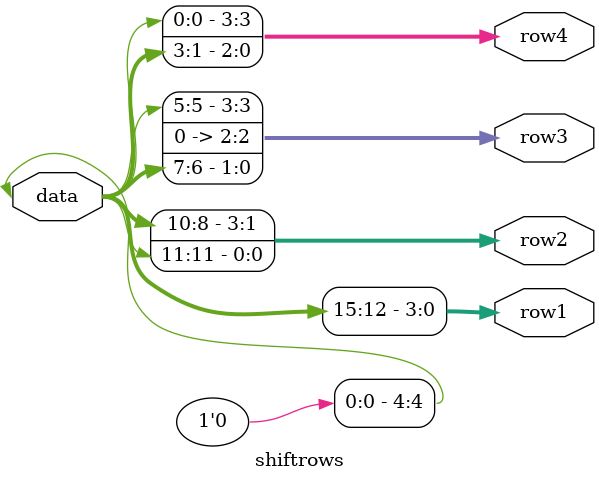
<source format=v>
`timescale 1ns / 1ps
module shiftrows(data, row1, row2, row3, row4);
	input [15:0] data;
	
	output [3:0] row1;
	output [3:0] row2;
	output [3:0] row3;
	output [3:0] row4;
	
	
	assign row1[3:0] = data[15:12];
	assign row2[3:1] = data[10:8];
	assign row2[0]   = data[11];
	assign row3[3:2] = data[5:4];
	assign row3[2:0] = data[7:6];
	assign row4[3]   = data[0];
	assign row4[2:0] = data[3:1];
	
endmodule



</source>
